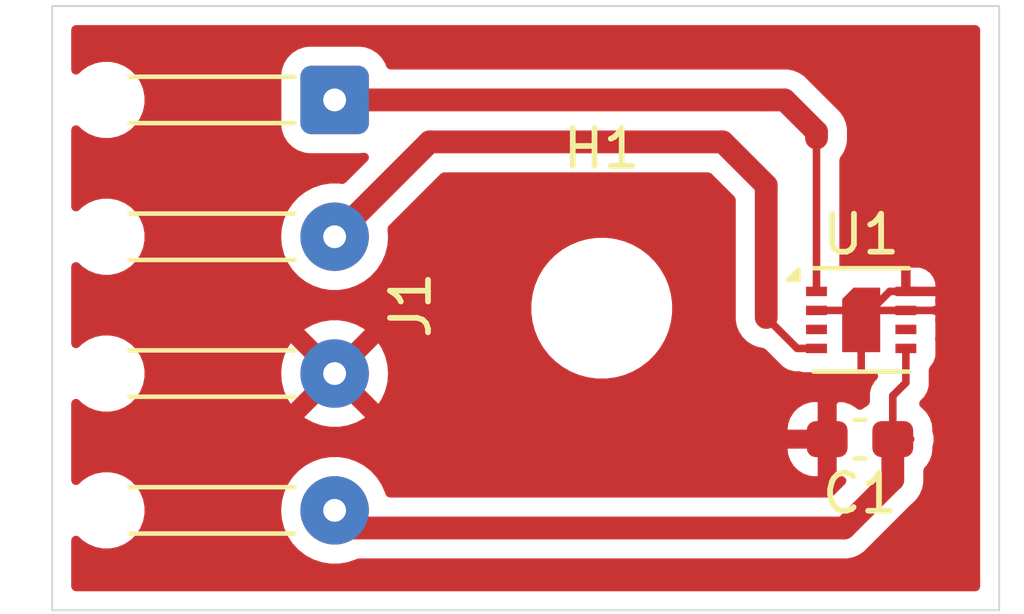
<source format=kicad_pcb>
(kicad_pcb (version 20240108) (generator "pcbnew") (generator_version "8.0")
  (layers (0 "F.Cu" signal) (31 "B.Cu" signal) (34 "B.Paste" user) (35 "F.Paste" user) (36 "B.SilkS" user "B.Silkscreen") (37 "F.SilkS" user "F.Silkscreen") (38 "B.Mask" user) (39 "F.Mask" user) (44 "Edge.Cuts" user))
  (net 0 "")
  (net 1 "+5V")
  (net 2 "GND")
  (net 3 "Net-(J1-Pin_1)")
  (net 4 "Net-(J1-Pin_2)")
  (footprint "Capacitor_SMD:C_0603_1608Metric_Pad1.08x0.95mm_HandSolder" (layer "F.Cu") (at 102.2107 116.5595 180)
    (property "Reference" "C1" (at 0 -1.43 360) (layer "F.SilkS"))
    (property "Value" "100nF")
    (fp_line (start -0.146267 0.51) (end 0.146267 0.51) (stroke (width 0.12)) (layer "F.SilkS"))
    (fp_line (start -0.146267 -0.51) (end 0.146267 -0.51) (stroke (width 0.12)) (layer "F.SilkS"))
    (pad "1" smd roundrect (at -0.8625 0 180) (size 1.075 0.95) (layers "F.Cu" "F.Paste" "F.Mask") (net 1 "+5V"))
    (pad "2" smd roundrect (at 0.8625 0 180) (size 1.075 0.95) (layers "F.Cu" "F.Paste" "F.Mask") (net 2 "GND"))
  )
  (footprint "MountingHole:MountingHole_3.2mm_M3" (layer "F.Cu") (at 95.4212 113.1132)
    (property "Reference" "H1" (at 0 -4.2 0) (layer "F.SilkS"))
    (property "Value" "MountingHole")
    (pad "" np_thru_hole circle (at 0 0) (size 3.2 3.2) (drill 3.2) (layers "*.Cu" "*.Mask"))
  )
  (footprint "Sensor_Humidity:Sensirion_DFN-8-1EP_2.5x2.5mm_P0.5mm_EP1.1x1.7mm" (layer "F.Cu") (at 102.2427 113.4219)
    (property "Reference" "U1" (at 0 -2.25 0) (layer "F.SilkS"))
    (property "Value" "SHT31-DIS")
    (fp_line (start -1.25 -1.36) (end 1.25 -1.36) (stroke (width 0.12)) (layer "F.SilkS"))
    (fp_line (start -1.25 1.36) (end 1.25 1.36) (stroke (width 0.12)) (layer "F.SilkS"))
    (fp_poly (pts (xy -1.65 -1.05) (xy -1.93 -1.05) (xy -1.65 -1.33) (xy -1.65 -1.05)) (stroke (width 0.12)) (fill solid) (layer "F.SilkS"))
    (pad "1" smd rect (at -1.175 -0.75) (size 0.55 0.25) (layers "F.Cu" "F.Paste" "F.Mask") (net 3 "Net-(J1-Pin_1)"))
    (pad "2" smd rect (at -1.175 -0.25) (size 0.55 0.25) (layers "F.Cu" "F.Paste" "F.Mask") (net 2 "GND"))
    (pad "3" smd rect (at -1.175 0.25) (size 0.55 0.25) (layers "F.Cu" "F.Paste" "F.Mask"))
    (pad "4" smd rect (at -1.175 0.75 180) (size 0.55 0.25) (layers "F.Cu" "F.Paste" "F.Mask") (net 4 "Net-(J1-Pin_2)"))
    (pad "5" smd rect (at 1.175 0.75) (size 0.55 0.25) (layers "F.Cu" "F.Paste" "F.Mask") (net 1 "+5V"))
    (pad "6" smd rect (at 1.175 0.25) (size 0.55 0.25) (layers "F.Cu" "F.Paste" "F.Mask"))
    (pad "7" smd rect (at 1.175 -0.25) (size 0.55 0.25) (layers "F.Cu" "F.Paste" "F.Mask") (net 2 "GND"))
    (pad "8" smd rect (at 1.175 -0.75) (size 0.55 0.25) (layers "F.Cu" "F.Paste" "F.Mask") (net 2 "GND"))
    (pad "9" smd custom (at 0 0) (size 1 1) (layers "F.Cu" "F.Mask") (net 2 "GND") (options (clearance outline) (anchor circle)) (primitives (gr_poly (pts (xy 0.5 0.85) (xy -0.5 0.85) (xy -0.5 -0.55) (xy -0.2 -0.85) (xy 0.5 -0.85)) (width 0) (fill yes))))
  )
  (footprint "Connector_Wire:SolderWire-0.1sqmm_1x04_P3.6mm_D0.4mm_OD1mm_Relief" (layer "F.Cu") (at 88.3976 107.6334 -90)
    (property "Reference" "J1" (at 5.4 -2 90) (layer "F.SilkS"))
    (property "Value" "Conn_01x04_Pin")
    (fp_line (start -0.61 1.06) (end -0.61 5.39) (stroke (width 0.12)) (layer "F.SilkS"))
    (fp_line (start 0.61 1.06) (end 0.61 5.39) (stroke (width 0.12)) (layer "F.SilkS"))
    (fp_line (start 2.99 1.06) (end 2.99 5.39) (stroke (width 0.12)) (layer "F.SilkS"))
    (fp_line (start 4.21 1.06) (end 4.21 5.39) (stroke (width 0.12)) (layer "F.SilkS"))
    (fp_line (start 6.59 1.06) (end 6.59 5.39) (stroke (width 0.12)) (layer "F.SilkS"))
    (fp_line (start 7.81 1.06) (end 7.81 5.39) (stroke (width 0.12)) (layer "F.SilkS"))
    (fp_line (start 10.19 1.06) (end 10.19 5.39) (stroke (width 0.12)) (layer "F.SilkS"))
    (fp_line (start 11.41 1.06) (end 11.41 5.39) (stroke (width 0.12)) (layer "F.SilkS"))
    (pad "" np_thru_hole circle (at 0 6 270) (size 1.5 1.5) (drill 1.5) (layers "F&B.Cu" "*.Mask"))
    (pad "" np_thru_hole circle (at 3.6 6 270) (size 1.5 1.5) (drill 1.5) (layers "*.Cu" "*.Mask"))
    (pad "" np_thru_hole circle (at 7.2 6 270) (size 1.5 1.5) (drill 1.5) (layers "*.Cu" "*.Mask"))
    (pad "" np_thru_hole circle (at 10.8 6 270) (size 1.5 1.5) (drill 1.5) (layers "*.Cu" "*.Mask"))
    (pad "1" thru_hole roundrect (at 0 0 270) (size 1.8 1.8) (drill 0.6) (layers "*.Cu" "*.Mask") (roundrect_rratio 0.15625) (net 3 "Net-(J1-Pin_1)"))
    (pad "2" thru_hole circle (at 3.6 0 270) (size 1.8 1.8) (drill 0.6) (layers "*.Cu" "*.Mask") (net 4 "Net-(J1-Pin_2)"))
    (pad "3" thru_hole circle (at 7.2 0 270) (size 1.8 1.8) (drill 0.6) (layers "*.Cu" "*.Mask") (net 2 "GND"))
    (pad "4" thru_hole circle (at 10.8 0 270) (size 1.8 1.8) (drill 0.6) (layers "*.Cu" "*.Mask") (net 1 "+5V"))
  )
  (gr_rect (start 80.9712 105.1632) (end 105.8712 121.0632) (stroke (width 0.05)) (fill none) (layer "Edge.Cuts"))
  (segment (start 103.0732 115.4176) (end 103.0732 116.5595) (width 0.2) (layer "F.Cu") (net 1))
  (segment (start 103.4177 115.0731) (end 103.0732 115.4176) (width 0.2) (layer "F.Cu") (net 1))
  (segment (start 103.0732 117.6274) (end 103.0664 117.6274) (width 0.6) (layer "F.Cu") (net 1))
  (segment (start 101.7964 118.8974) (end 88.8616 118.8974) (width 0.6) (layer "F.Cu") (net 1))
  (segment (start 103.0732 116.5595) (end 103.0732 117.6274) (width 0.6) (layer "F.Cu") (net 1))
  (segment (start 103.4177 116.4336) (end 103.5436 116.5595) (width 0.2) (layer "F.Cu") (net 1))
  (segment (start 88.8616 118.8974) (end 88.3976 118.4334) (width 0.6) (layer "F.Cu") (net 1))
  (segment (start 103.0664 117.6274) (end 101.7964 118.8974) (width 0.6) (layer "F.Cu") (net 1))
  (segment (start 103.4177 114.1719) (end 103.4177 115.0731) (width 0.2) (layer "F.Cu") (net 1))
  (segment (start 103.4177 112.6719) (end 102.9927 112.6719) (width 0.2) (layer "F.Cu") (net 2))
  (segment (start 101.9927 113.1719) (end 102.2427 113.4219) (width 0.2) (layer "F.Cu") (net 2))
  (segment (start 102.2427 114.8511) (end 101.3725 115.7213) (width 0.2) (layer "F.Cu") (net 2))
  (segment (start 103.4177 113.1719) (end 102.4927 113.1719) (width 0.2) (layer "F.Cu") (net 2))
  (segment (start 102.9927 112.6719) (end 102.2427 113.4219) (width 0.2) (layer "F.Cu") (net 2))
  (segment (start 101.3725 115.7213) (end 101.3725 116.342) (width 0.2) (layer "F.Cu") (net 2))
  (segment (start 103.4177 113.1719) (end 104.3029 113.1719) (width 0.2) (layer "F.Cu") (net 2))
  (segment (start 101.3725 116.342) (end 101.59 116.5595) (width 0.2) (layer "F.Cu") (net 2))
  (segment (start 102.4927 113.1719) (end 102.2427 113.4219) (width 0.2) (layer "F.Cu") (net 2))
  (segment (start 102.2427 113.4219) (end 102.2427 114.8511) (width 0.2) (layer "F.Cu") (net 2))
  (segment (start 101.0677 113.1719) (end 101.9927 113.1719) (width 0.2) (layer "F.Cu") (net 2))
  (segment (start 99.7458 107.6334) (end 100.229571 107.6334) (width 0.6) (layer "F.Cu") (net 3))
  (segment (start 101.0677 112.6719) (end 101.0677 108.6347) (width 0.2) (layer "F.Cu") (net 3))
  (segment (start 88.3976 107.6334) (end 99.7458 107.6334) (width 0.6) (layer "F.Cu") (net 3))
  (segment (start 101.0677 108.471529) (end 101.0677 108.6347) (width 0.6) (layer "F.Cu") (net 3))
  (segment (start 100.229571 107.6334) (end 101.0677 108.471529) (width 0.6) (layer "F.Cu") (net 3))
  (segment (start 99.7458 109.8804) (end 98.6028 108.7374) (width 0.6) (layer "F.Cu") (net 4))
  (segment (start 90.8936 108.7374) (end 88.3976 111.2334) (width 0.6) (layer "F.Cu") (net 4))
  (segment (start 99.7458 113.358) (end 99.7458 109.8804) (width 0.6) (layer "F.Cu") (net 4))
  (segment (start 100.5597 114.1719) (end 99.7458 113.358) (width 0.2) (layer "F.Cu") (net 4))
  (segment (start 98.6028 108.7374) (end 90.8936 108.7374) (width 0.6) (layer "F.Cu") (net 4))
  (segment (start 101.0677 114.1719) (end 100.5597 114.1719) (width 0.2) (layer "F.Cu") (net 4))
  (zone (net 2) (net_name "GND") (layer "F.Cu") (connect_pads (clearance 0.5)) (min_thickness 0.25) (fill yes (thermal_gap 0.5) (thermal_bridge_width 0.5))
    (polygon (pts (xy 80.8736 105.029) (xy 106.0196 105.0036) (xy 106.0196 121.1326) (xy 80.8736 121.158) (xy 80.8736 105.5878)))
  )
)
</source>
